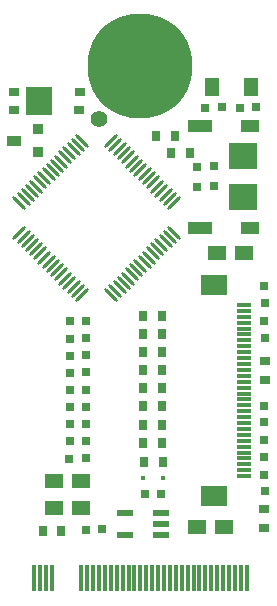
<source format=gbr>
%TF.GenerationSoftware,Altium Limited,Altium Designer,19.0.4 (130)*%
G04 Layer_Color=255*
%FSLAX26Y26*%
%MOIN*%
%TF.FileFunction,Pads,Bot*%
%TF.Part,Single*%
G01*
G75*
%TA.AperFunction,SMDPad,CuDef*%
%ADD12R,0.037992X0.031496*%
%ADD13R,0.047244X0.059055*%
%TA.AperFunction,ComponentPad*%
%ADD25C,0.350000*%
%ADD26C,0.035000*%
%ADD27R,0.063000X0.039400*%
%ADD28R,0.082700X0.039400*%
%TA.AperFunction,SMDPad,CuDef*%
%ADD31R,0.060000X0.050000*%
%ADD32R,0.031496X0.037992*%
%ADD33R,0.030000X0.030000*%
%ADD34R,0.055118X0.021654*%
%ADD35R,0.011811X0.015748*%
%ADD36R,0.050000X0.036000*%
%ADD37R,0.036000X0.036000*%
%ADD38C,0.055118*%
%ADD39R,0.030000X0.030000*%
%ADD40R,0.094488X0.086614*%
%ADD41R,0.037402X0.029528*%
%ADD42R,0.086614X0.094488*%
G04:AMPARAMS|DCode=43|XSize=9.842mil|YSize=61.024mil|CornerRadius=0mil|HoleSize=0mil|Usage=FLASHONLY|Rotation=225.000|XOffset=0mil|YOffset=0mil|HoleType=Round|Shape=Round|*
%AMOVALD43*
21,1,0.051181,0.009842,0.000000,0.000000,315.0*
1,1,0.009842,-0.018095,0.018095*
1,1,0.009842,0.018095,-0.018095*
%
%ADD43OVALD43*%

G04:AMPARAMS|DCode=44|XSize=9.842mil|YSize=61.024mil|CornerRadius=0mil|HoleSize=0mil|Usage=FLASHONLY|Rotation=135.000|XOffset=0mil|YOffset=0mil|HoleType=Round|Shape=Round|*
%AMOVALD44*
21,1,0.051181,0.009842,0.000000,0.000000,225.0*
1,1,0.009842,0.018095,0.018095*
1,1,0.009842,-0.018095,-0.018095*
%
%ADD44OVALD44*%

%ADD45R,0.051181X0.011811*%
%ADD46R,0.086614X0.070866*%
%TA.AperFunction,ConnectorPad*%
%ADD47R,0.013386X0.090551*%
%ADD48R,0.013386X0.090551*%
D12*
X4081127Y1314803D02*
D03*
Y1251811D02*
D03*
X4084213Y1808000D02*
D03*
Y1745008D02*
D03*
D13*
X4037000Y2723000D02*
D03*
X3907079D02*
D03*
D25*
X3670000Y2790000D02*
D03*
D26*
X3609000Y2895655D02*
D03*
X3731000D02*
D03*
X3792000Y2790000D02*
D03*
X3731000Y2684345D02*
D03*
X3609000D02*
D03*
X3548000Y2790000D02*
D03*
D27*
X4033872Y2593071D02*
D03*
X4033872Y2252939D02*
D03*
D28*
X3869285Y2593068D02*
D03*
Y2252944D02*
D03*
D31*
X3924307Y2169000D02*
D03*
X4014307D02*
D03*
X3859999Y1254599D02*
D03*
X3949999D02*
D03*
X3381918Y1317954D02*
D03*
X3471918D02*
D03*
X3383000Y1408000D02*
D03*
X3473000D02*
D03*
D32*
X3833992Y2502000D02*
D03*
X3771000D02*
D03*
X3721000Y2557000D02*
D03*
X3783992D02*
D03*
X3344000Y1243000D02*
D03*
X3406992D02*
D03*
X3681000Y1471000D02*
D03*
X3743992D02*
D03*
X3742943Y1533494D02*
D03*
X3679951D02*
D03*
X3742935Y1718000D02*
D03*
X3679943D02*
D03*
X3743000Y1657000D02*
D03*
X3680008D02*
D03*
X3742943Y1778494D02*
D03*
X3679951D02*
D03*
X3742943Y1899494D02*
D03*
X3679951D02*
D03*
X3742943Y1959494D02*
D03*
X3679951D02*
D03*
X3742935Y1594494D02*
D03*
X3679943D02*
D03*
X3742943Y1838494D02*
D03*
X3679951D02*
D03*
D33*
X3489000Y1942000D02*
D03*
X3434000Y1941000D02*
D03*
X3740000Y1366000D02*
D03*
X3685000Y1365000D02*
D03*
X3434000Y1826000D02*
D03*
X3489000Y1827000D02*
D03*
X3434000Y1883000D02*
D03*
X3489000Y1884000D02*
D03*
Y1770000D02*
D03*
X3434000Y1769000D02*
D03*
X3542000Y1247000D02*
D03*
X3487000Y1246000D02*
D03*
X3488000Y1484000D02*
D03*
X3433000Y1483000D02*
D03*
X3489000Y1541000D02*
D03*
X3434000Y1540000D02*
D03*
X3489000Y1598000D02*
D03*
X3434000Y1597000D02*
D03*
X3489000Y1655000D02*
D03*
X3434000Y1654000D02*
D03*
X3489000Y1713000D02*
D03*
X3434000Y1712000D02*
D03*
X3941000Y2654000D02*
D03*
X3886000Y2653000D02*
D03*
X4056000Y2654000D02*
D03*
X4001000Y2653000D02*
D03*
X3859000Y2456000D02*
D03*
X3914000Y2457000D02*
D03*
X3859000Y2389000D02*
D03*
X3914000Y2390000D02*
D03*
D34*
X3620000Y1228000D02*
D03*
Y1302803D02*
D03*
X3738110Y1265402D02*
D03*
Y1302803D02*
D03*
Y1228000D02*
D03*
D35*
X3745000Y1416779D02*
D03*
X3679000D02*
D03*
D36*
X3249000Y2542000D02*
D03*
D37*
X3329000Y2505000D02*
D03*
Y2580000D02*
D03*
D38*
X3531000Y2614000D02*
D03*
D39*
X4084000Y1886000D02*
D03*
X4083000Y1941000D02*
D03*
Y2057000D02*
D03*
X4084000Y2002000D02*
D03*
X4080629Y1658787D02*
D03*
X4081629Y1603787D02*
D03*
X4083000Y1429000D02*
D03*
X4084000Y1374000D02*
D03*
X4081725Y1544000D02*
D03*
X4082725Y1489000D02*
D03*
D40*
X4013000Y2355102D02*
D03*
Y2492898D02*
D03*
D41*
X3467000Y2706000D02*
D03*
X3466000Y2644500D02*
D03*
X3247000D02*
D03*
Y2706000D02*
D03*
D42*
X3332000Y2675000D02*
D03*
D43*
X3475302Y2542494D02*
D03*
X3461383Y2528574D02*
D03*
X3447463Y2514655D02*
D03*
X3433544Y2500735D02*
D03*
X3419625Y2486816D02*
D03*
X3405705Y2472896D02*
D03*
X3391786Y2458977D02*
D03*
X3377866Y2445058D02*
D03*
X3363947Y2431138D02*
D03*
X3350027Y2417219D02*
D03*
X3336108Y2403300D02*
D03*
X3322189Y2389380D02*
D03*
X3308269Y2375461D02*
D03*
X3294350Y2361541D02*
D03*
X3280430Y2347622D02*
D03*
X3266511Y2333702D02*
D03*
X3572716Y2027497D02*
D03*
X3586635Y2041417D02*
D03*
X3600555Y2055336D02*
D03*
X3614474Y2069256D02*
D03*
X3628394Y2083175D02*
D03*
X3642313Y2097094D02*
D03*
X3656233Y2111014D02*
D03*
X3670152Y2124933D02*
D03*
X3684071Y2138853D02*
D03*
X3697991Y2152772D02*
D03*
X3711910Y2166691D02*
D03*
X3725830Y2180611D02*
D03*
X3739749Y2194530D02*
D03*
X3753669Y2208450D02*
D03*
X3767588Y2222369D02*
D03*
X3781507Y2236289D02*
D03*
D44*
X3266511D02*
D03*
X3280430Y2222369D02*
D03*
X3294350Y2208450D02*
D03*
X3308269Y2194530D02*
D03*
X3322189Y2180611D02*
D03*
X3336108Y2166691D02*
D03*
X3350027Y2152772D02*
D03*
X3363947Y2138853D02*
D03*
X3377866Y2124933D02*
D03*
X3391786Y2111014D02*
D03*
X3405705Y2097094D02*
D03*
X3419624Y2083175D02*
D03*
X3433544Y2069256D02*
D03*
X3447463Y2055336D02*
D03*
X3461383Y2041417D02*
D03*
X3475302Y2027497D02*
D03*
X3781507Y2333702D02*
D03*
X3767588Y2347622D02*
D03*
X3753669Y2361541D02*
D03*
X3739749Y2375461D02*
D03*
X3725830Y2389380D02*
D03*
X3711910Y2403299D02*
D03*
X3697991Y2417219D02*
D03*
X3684071Y2431138D02*
D03*
X3670152Y2445058D02*
D03*
X3656233Y2458977D02*
D03*
X3642313Y2472896D02*
D03*
X3628394Y2486816D02*
D03*
X3614474Y2500735D02*
D03*
X3600555Y2514655D02*
D03*
X3586635Y2528574D02*
D03*
X3572716Y2542494D02*
D03*
D45*
X4014307Y1995039D02*
D03*
Y1975354D02*
D03*
Y1955669D02*
D03*
Y1935984D02*
D03*
Y1916299D02*
D03*
Y1896614D02*
D03*
Y1876929D02*
D03*
Y1857244D02*
D03*
Y1837559D02*
D03*
Y1817874D02*
D03*
Y1798189D02*
D03*
Y1778504D02*
D03*
Y1758819D02*
D03*
Y1739134D02*
D03*
Y1719449D02*
D03*
Y1699764D02*
D03*
Y1680079D02*
D03*
Y1660393D02*
D03*
Y1640708D02*
D03*
Y1621023D02*
D03*
Y1601338D02*
D03*
Y1542283D02*
D03*
Y1522598D02*
D03*
Y1502913D02*
D03*
Y1483228D02*
D03*
Y1463543D02*
D03*
Y1443858D02*
D03*
Y1424173D02*
D03*
Y1561968D02*
D03*
Y1581653D02*
D03*
D46*
X3916000Y2060000D02*
D03*
X3916000Y1359212D02*
D03*
D47*
X3472987Y1084995D02*
D03*
X3591105D02*
D03*
D48*
X3945441Y1085001D02*
D03*
X4024169Y1084997D02*
D03*
X4004494Y1084998D02*
D03*
X3335202Y1084996D02*
D03*
X3315508Y1084999D02*
D03*
X3374572Y1084996D02*
D03*
X3354878Y1084999D02*
D03*
X3492673Y1084988D02*
D03*
X3512358Y1084998D02*
D03*
X3571423Y1084997D02*
D03*
X3551729Y1084998D02*
D03*
X3532052Y1084997D02*
D03*
X3610793D02*
D03*
X3630477Y1085002D02*
D03*
X3925742Y1085000D02*
D03*
X3906068Y1085002D02*
D03*
X3886374Y1085003D02*
D03*
X3965115Y1085002D02*
D03*
X3984800Y1084997D02*
D03*
X3807633Y1085003D02*
D03*
X3787957Y1085002D02*
D03*
X3768264Y1085003D02*
D03*
X3847003D02*
D03*
X3866698Y1085002D02*
D03*
X3827327D02*
D03*
X3728894Y1085003D02*
D03*
X3748588Y1085002D02*
D03*
X3709218D02*
D03*
X3650153Y1085003D02*
D03*
X3689523D02*
D03*
X3669847Y1085001D02*
D03*
%TF.MD5,f1dbc45a7d2827e3ecfc90e481d750a0*%
M02*

</source>
